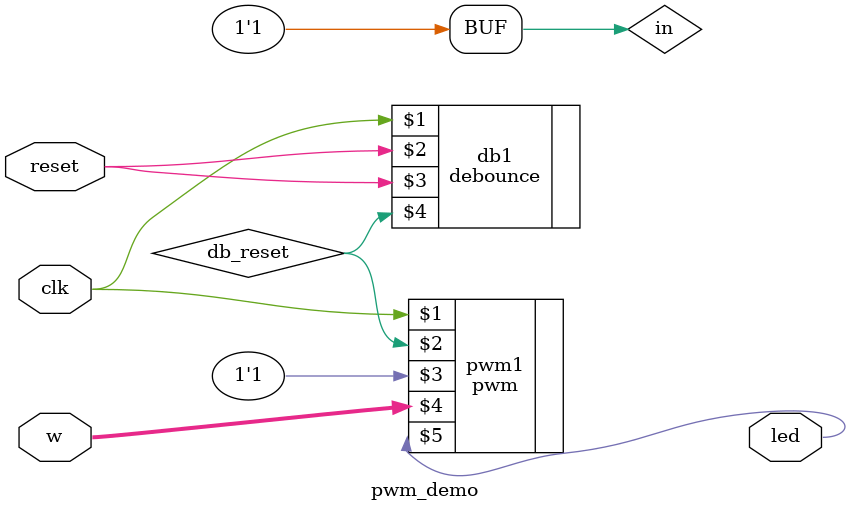
<source format=v>
module pwm_demo
(
	input wire clk, reset,
	input wire [3:0]  w,
	output wire [0:0] led
);

	reg in = 1;
	wire db_reset;
	
	// Connects the two output registers to two hex displays on the devkit.
	debounce db1(clk, reset, reset, db_reset);
	pwm pwm1(clk, db_reset, in, w, led);
		
endmodule
</source>
